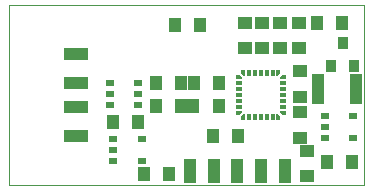
<source format=gbr>
G04 PROTEUS GERBER X2 FILE*
%TF.GenerationSoftware,Labcenter,Proteus,8.5-SP0-Build22067*%
%TF.CreationDate,2018-05-09T22:16:53+00:00*%
%TF.FileFunction,Paste,Top*%
%TF.FilePolarity,Positive*%
%TF.Part,Single*%
%FSLAX45Y45*%
%MOMM*%
G01*
%TA.AperFunction,Material*%
%ADD55R,2.000000X1.100000*%
%ADD56R,0.635000X0.508000*%
%ADD57R,1.016000X1.270000*%
%AMPPAD031*
4,1,5,
0.250000,0.150000,
0.250000,-0.150000,
-0.100000,-0.150000,
-0.250000,0.000000,
-0.250000,0.150000,
0.250000,0.150000,
0*%
%ADD37PPAD031*%
%ADD58R,0.550000X0.300000*%
%AMPPAD033*
4,1,5,
0.250000,-0.150000,
0.250000,0.150000,
-0.100000,0.150000,
-0.250000,0.000000,
-0.250000,-0.150000,
0.250000,-0.150000,
0*%
%ADD39PPAD033*%
%AMPPAD034*
4,1,5,
-0.150000,0.250000,
0.150000,0.250000,
0.150000,-0.100000,
0.000000,-0.250000,
-0.150000,-0.250000,
-0.150000,0.250000,
0*%
%ADD40PPAD034*%
%ADD59R,0.300000X0.550000*%
%AMPPAD036*
4,1,5,
0.150000,0.250000,
-0.150000,0.250000,
-0.150000,-0.100000,
0.000000,-0.250000,
0.150000,-0.250000,
0.150000,0.250000,
0*%
%ADD42PPAD036*%
%AMPPAD037*
4,1,5,
-0.250000,-0.150000,
-0.250000,0.150000,
0.100000,0.150000,
0.250000,0.000000,
0.250000,-0.150000,
-0.250000,-0.150000,
0*%
%ADD43PPAD037*%
%AMPPAD038*
4,1,5,
-0.250000,0.150000,
-0.250000,-0.150000,
0.100000,-0.150000,
0.250000,0.000000,
0.250000,0.150000,
-0.250000,0.150000,
0*%
%ADD44PPAD038*%
%AMPPAD039*
4,1,5,
0.150000,-0.250000,
-0.150000,-0.250000,
-0.150000,0.100000,
0.000000,0.250000,
0.150000,0.250000,
0.150000,-0.250000,
0*%
%ADD45PPAD039*%
%AMPPAD040*
4,1,5,
-0.150000,-0.250000,
0.150000,-0.250000,
0.150000,0.100000,
0.000000,0.250000,
-0.150000,0.250000,
-0.150000,-0.250000,
0*%
%ADD46PPAD040*%
%ADD60R,0.889000X1.016000*%
%ADD61R,1.016000X2.540000*%
%ADD62R,1.270000X1.016000*%
%ADD63R,1.100000X2.000000*%
%TA.AperFunction,Profile*%
%ADD28C,0.101600*%
D55*
X-930000Y-350000D03*
X-930000Y-100000D03*
X-930000Y+100000D03*
X-930000Y+350000D03*
D56*
X-640000Y+103980D03*
X-640000Y+10000D03*
X-640000Y-86520D03*
X-401240Y-86520D03*
X-401240Y+7460D03*
X-401240Y+103980D03*
D57*
X-250000Y+100000D03*
X-36640Y+100000D03*
X-250000Y-90000D03*
X-36640Y-90000D03*
X+66640Y-90000D03*
X+280000Y-90000D03*
X+70000Y+100000D03*
X+283360Y+100000D03*
D37*
X+825000Y-150000D03*
D58*
X+825000Y-100000D03*
X+825000Y-50000D03*
X+825000Y+0D03*
X+825000Y+50000D03*
X+825000Y+100000D03*
D39*
X+825000Y+150000D03*
D40*
X+787500Y+187500D03*
D59*
X+737500Y+187500D03*
X+687500Y+187500D03*
X+637500Y+187500D03*
X+587500Y+187500D03*
X+537500Y+187500D03*
D42*
X+487500Y+187500D03*
D43*
X+450000Y+150000D03*
D58*
X+450000Y+100000D03*
X+450000Y+50000D03*
X+450000Y+0D03*
X+450000Y-50000D03*
X+450000Y-100000D03*
D44*
X+450000Y-150000D03*
D45*
X+487500Y-187500D03*
D59*
X+537500Y-187500D03*
X+587500Y-187500D03*
X+637500Y-187500D03*
X+687500Y-187500D03*
X+737500Y-187500D03*
D46*
X+787500Y-187500D03*
D57*
X-400000Y-230000D03*
X-613360Y-230000D03*
D56*
X-610000Y-370000D03*
X-610000Y-463980D03*
X-610000Y-560500D03*
X-371240Y-560500D03*
X-371240Y-370000D03*
D57*
X-350000Y-670000D03*
X-136640Y-670000D03*
X+1413360Y-570000D03*
X+1200000Y-570000D03*
D56*
X+1178080Y-173480D03*
X+1178080Y-267460D03*
X+1178080Y-363980D03*
X+1416840Y-363980D03*
X+1416840Y-173480D03*
D60*
X+1330000Y+440000D03*
X+1236020Y+249500D03*
X+1423980Y+249500D03*
D61*
X+1440000Y+50000D03*
X+1125040Y+50000D03*
D62*
X+970000Y+200000D03*
X+970000Y-13360D03*
D57*
X+1323360Y+610000D03*
X+1110000Y+610000D03*
D62*
X+960000Y+613360D03*
X+960000Y+400000D03*
X+800000Y+613360D03*
X+800000Y+400000D03*
D57*
X+444500Y-350000D03*
X+231140Y-350000D03*
D62*
X+650000Y+610000D03*
X+650000Y+396640D03*
X+500000Y+400000D03*
X+500000Y+613360D03*
D57*
X-90000Y+590000D03*
X+123360Y+590000D03*
D62*
X+1030000Y-683360D03*
X+1030000Y-470000D03*
X+970000Y-146640D03*
X+970000Y-360000D03*
D63*
X+40000Y-640000D03*
X+40000Y-640000D03*
X+240000Y-640000D03*
X+440000Y-640000D03*
X+640000Y-640000D03*
X+840000Y-640000D03*
D28*
X-1490000Y-760000D02*
X+1510000Y-760000D01*
X+1510000Y+760000D01*
X-1490000Y+760000D01*
X-1490000Y-760000D01*
M02*

</source>
